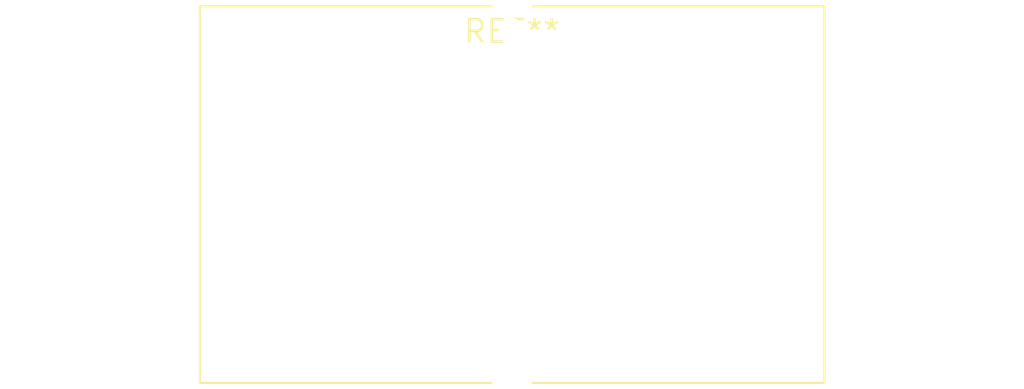
<source format=kicad_pcb>
(kicad_pcb (version 20240108) (generator pcbnew)
  (layers (0 "F.Cu" signal) (31 "B.Cu" signal) (34 "B.Paste" user) (35 "F.Paste" user) (36 "B.SilkS" user "B.Silkscreen") (37 "F.SilkS" user "F.Silkscreen") (38 "B.Mask" user) (39 "F.Mask" user) (44 "Edge.Cuts" user))
  (net 0 "")
  (footprint "L_Toroid_Vertical_L35.1mm_W21.1mm_P18.50mm_Vishay_TJ6" (layer "F.Cu") (at 0 0)
    (property "Reference" "REF**")
    (property "Value" "L_Toroid_Vertical_L35.1mm_W21.1mm_P18.50mm_Vishay_TJ6")
    (fp_line (start -17.67 -1.42) (end -17.67 19.92) (layer "F.SilkS") (stroke (width 0.12)))
    (fp_line (start -17.67 -1.42) (end -1.166 -1.42) (layer "F.SilkS") (stroke (width 0.12)))
    (fp_line (start -17.67 19.92) (end -1.166 19.92) (layer "F.SilkS") (stroke (width 0.12)))
    (fp_line (start 1.166 -1.42) (end 17.67 -1.42) (layer "F.SilkS") (stroke (width 0.12)))
    (fp_line (start 1.166 19.92) (end 17.67 19.92) (layer "F.SilkS") (stroke (width 0.12)))
    (fp_line (start 17.67 -1.42) (end 17.67 19.92) (layer "F.SilkS") (stroke (width 0.12)))
    (pad "1" thru_hole circle (at 0 0) (size 3 3) (drill 1.5) (layers *.Cu *.Mask) (remove_unused_layers))
    (pad "2" thru_hole circle (at 0 18.5) (size 3 3) (drill 1.5) (layers *.Cu *.Mask) (remove_unused_layers))
  )
)
</source>
